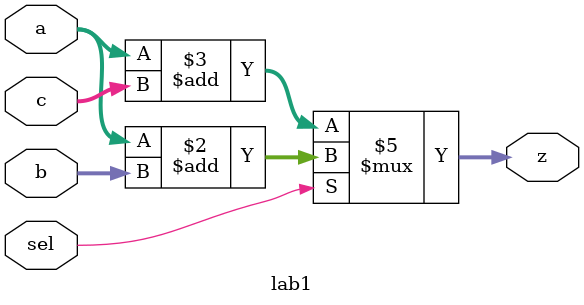
<source format=v>
module lab1(a,b,c,sel,z);
input [7:0] a,b,c;
input sel;
output [8:0] z;

always @(a or b or c) begin
if (sel) z = a + b;
else z = a + c;
end

endmodule

</source>
